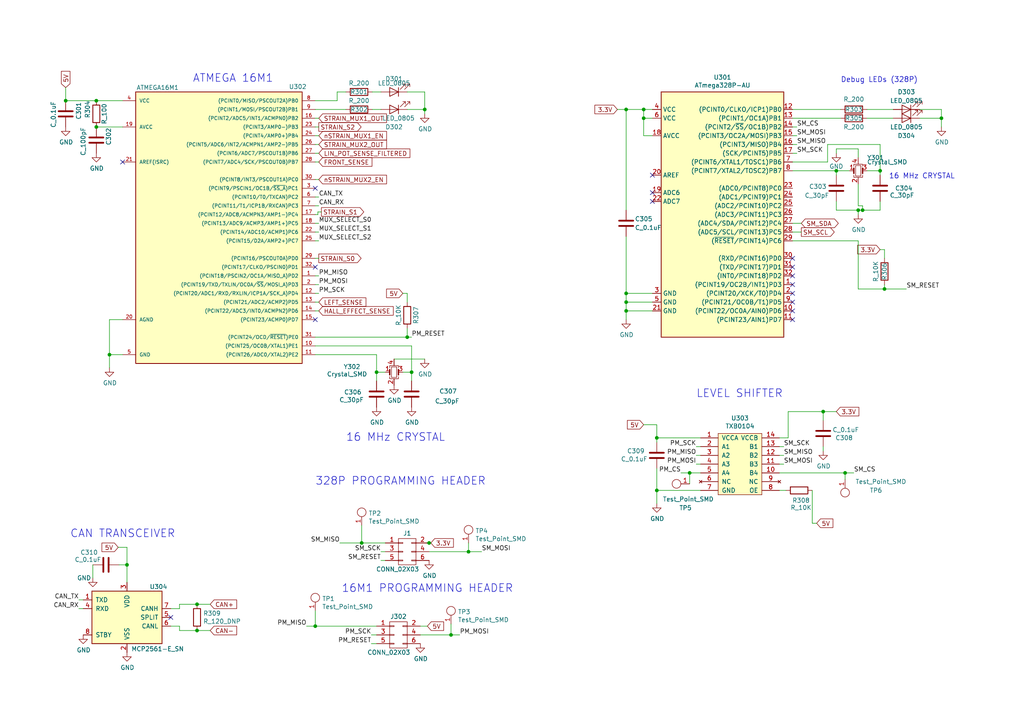
<source format=kicad_sch>
(kicad_sch (version 20211123) (generator eeschema)
  (paper "A4")
  (lib_symbols
    (symbol "formula:ATMEGA16M1" (pin_names (offset 1.016))
      (property "Reference" "U" (at -24.13 46.482 0))
      (property "Value" "ATMEGA16M1" (at 12.7 -35.56 0))
      (symbol "ATMEGA16M1_0_1"
        (rectangle (start -24.13 45.72) (end 24.13 -33.02) (stroke (width 0.254)) (fill (type background)))
      )
      (symbol "ATMEGA16M1_1_1"
        (pin bidirectional line (at 27.94 -7.62 180) (length 3.81) (name "(PCINT18/PSCIN2/OC1A/MISO_A)PD2") (number "1"))
        (pin bidirectional line (at 27.94 -27.94 180) (length 3.81) (name "(PCINT25/OC0B/XTAL1)PE1") (number "10"))
        (pin bidirectional line (at 27.94 -30.48 180) (length 3.81) (name "(PCINT26/ADC0/XTAL2)PE2") (number "11"))
        (pin bidirectional line (at 27.94 -12.7 180) (length 3.81) (name "(PCINT20/ADC1/RXD/RXLIN/ICP1A/SCK_A)PD4") (number "12"))
        (pin bidirectional line (at 27.94 -15.24 180) (length 3.81) (name "(PCINT21/ADC2/ACMP2)PD5") (number "13"))
        (pin bidirectional line (at 27.94 -17.78 180) (length 3.81) (name "(PCINT22/ADC3/INT0/ACMPN2)PD6") (number "14"))
        (pin bidirectional line (at 27.94 -20.32 180) (length 3.81) (name "(PCINT23/ACMP0)PD7") (number "15"))
        (pin bidirectional line (at 27.94 38.1 180) (length 3.81) (name "(PCINT2/ADC5/INT1/ACMPN0)PB2") (number "16"))
        (pin bidirectional line (at 27.94 10.16 180) (length 3.81) (name "(PCINT12/ADC8/ACMPN3/AMP1-)PC4") (number "17"))
        (pin bidirectional line (at 27.94 7.62 180) (length 3.81) (name "(PCINT13/ADC9/ACMP3/AMP1+)PC5") (number "18"))
        (pin power_in line (at -27.94 35.56 0) (length 3.81) (name "AVCC") (number "19"))
        (pin bidirectional line (at 27.94 -10.16 180) (length 3.81) (name "(PCINT19/TXD/TXLIN/OC0A/~{SS}/MOSI_A)PD3") (number "2"))
        (pin power_in line (at -27.94 -20.32 0) (length 3.81) (name "AGND") (number "20"))
        (pin power_in line (at -27.94 25.4 0) (length 3.81) (name "AREF(ISRC)") (number "21"))
        (pin bidirectional line (at 27.94 5.08 180) (length 3.81) (name "(PCINT14/ADC10/ACMP1)PC6") (number "22"))
        (pin bidirectional line (at 27.94 35.56 180) (length 3.81) (name "(PCINT3/AMP0-)PB3") (number "23"))
        (pin bidirectional line (at 27.94 33.02 180) (length 3.81) (name "(PCINT4/AMP0+)PB4") (number "24"))
        (pin bidirectional line (at 27.94 2.54 180) (length 3.81) (name "(PCINT15/D2A/AMP2+)PC7") (number "25"))
        (pin bidirectional line (at 27.94 30.48 180) (length 3.81) (name "(PCINT5/ADC6/INT2/ACMPN1/AMP2-)PB5") (number "26"))
        (pin bidirectional line (at 27.94 27.94 180) (length 3.81) (name "(PCINT6/ADC7/PSCOUT1B)PB6") (number "27"))
        (pin bidirectional line (at 27.94 25.4 180) (length 3.81) (name "(PCINT7/ADC4/SCK/PSCOUT0B)PB7") (number "28"))
        (pin bidirectional line (at 27.94 -2.54 180) (length 3.81) (name "(PCINT16/PSCOUT0A)PD0") (number "29"))
        (pin bidirectional line (at 27.94 17.78 180) (length 3.81) (name "(PCINT9/PSCIN1/OC1B/~{SS_A})PC1") (number "3"))
        (pin bidirectional line (at 27.94 20.32 180) (length 3.81) (name "(PCINT8/INT3/PSCOUT1A)PC0") (number "30"))
        (pin bidirectional line (at 27.94 -25.4 180) (length 3.81) (name "(PCINT24/OCD/~{RESET})PE0") (number "31"))
        (pin bidirectional line (at 27.94 -5.08 180) (length 3.81) (name "(PCINT17/CLKO/PSCIN0)PD1") (number "32"))
        (pin power_in line (at -27.94 43.18 0) (length 3.81) (name "VCC") (number "4"))
        (pin power_in line (at -27.94 -30.48 0) (length 3.81) (name "GND") (number "5"))
        (pin bidirectional line (at 27.94 15.24 180) (length 3.81) (name "(PCINT10/T0/TXCAN)PC2") (number "6"))
        (pin bidirectional line (at 27.94 12.7 180) (length 3.81) (name "(PCINT11/T1/ICP1B/RXCAN)PC3") (number "7"))
        (pin bidirectional line (at 27.94 43.18 180) (length 3.81) (name "(PCINT0/MISO/PSCOUT2A)PB0") (number "8"))
        (pin bidirectional line (at 27.94 40.64 180) (length 3.81) (name "(PCINT1/MOSI/PSCOUT2B)PB1") (number "9"))
      )
    )
    (symbol "formula:ATmega328P-AU"
      (property "Reference" "U" (at -12.7 36.83 0))
      (property "Value" "ATmega328P-AU" (at 2.54 -36.83 0))
      (symbol "ATmega328P-AU_0_1"
        (rectangle (start -22.86 -35.56) (end 12.7 35.56) (stroke (width 0.254)) (fill (type background)))
      )
      (symbol "ATmega328P-AU_1_1"
        (pin tri_state line (at 15.24 -20.32 180) (length 2.54) (name "(PCINT19/OC2B/INT1)PD3") (number "1"))
        (pin tri_state line (at 15.24 -27.94 180) (length 2.54) (name "(PCINT22/OC0A/AIN0)PD6") (number "10"))
        (pin tri_state line (at 15.24 -30.48 180) (length 2.54) (name "(PCINT23/AIN1)PD7") (number "11"))
        (pin tri_state line (at 15.24 30.48 180) (length 2.54) (name "(PCINT0/CLKO/ICP1)PB0") (number "12"))
        (pin tri_state line (at 15.24 27.94 180) (length 2.54) (name "(PCINT1/OC1A)PB1") (number "13"))
        (pin tri_state line (at 15.24 25.4 180) (length 2.54) (name "(PCINT2/~{SS}/OC1B)PB2") (number "14"))
        (pin tri_state line (at 15.24 22.86 180) (length 2.54) (name "(PCINT3/OC2A/MOSI)PB3") (number "15"))
        (pin tri_state line (at 15.24 20.32 180) (length 2.54) (name "(PCINT3/MISO)PB4") (number "16"))
        (pin tri_state line (at 15.24 17.78 180) (length 2.54) (name "(SCK/PCINT5)PB5") (number "17"))
        (pin power_in line (at -25.4 22.86 0) (length 2.54) (name "AVCC") (number "18"))
        (pin input line (at -25.4 6.35 0) (length 2.54) (name "ADC6") (number "19"))
        (pin tri_state line (at 15.24 -22.86 180) (length 2.54) (name "(PCINT20/XCK/T0)PD4") (number "2"))
        (pin passive line (at -25.4 11.43 0) (length 2.54) (name "AREF") (number "20"))
        (pin passive line (at -25.4 -27.94 0) (length 2.54) (name "GND") (number "21"))
        (pin input line (at -25.4 3.81 0) (length 2.54) (name "ADC7") (number "22"))
        (pin tri_state line (at 15.24 7.62 180) (length 2.54) (name "(ADC0/PCINT8)PC0") (number "23"))
        (pin tri_state line (at 15.24 5.08 180) (length 2.54) (name "(ADC1/PCINT9)PC1") (number "24"))
        (pin tri_state line (at 15.24 2.54 180) (length 2.54) (name "(ADC2/PCINT10)PC2") (number "25"))
        (pin tri_state line (at 15.24 0 180) (length 2.54) (name "(ADC3/PCINT11)PC3") (number "26"))
        (pin tri_state line (at 15.24 -2.54 180) (length 2.54) (name "(ADC4/SDA/PCINT12)PC4") (number "27"))
        (pin tri_state line (at 15.24 -5.08 180) (length 2.54) (name "(ADC5/SCL/PCINT13)PC5") (number "28"))
        (pin tri_state line (at 15.24 -7.62 180) (length 2.54) (name "(~{RESET}/PCINT14)PC6") (number "29"))
        (pin power_in line (at -25.4 -22.86 0) (length 2.54) (name "GND") (number "3"))
        (pin tri_state line (at 15.24 -12.7 180) (length 2.54) (name "(RXD/PCINT16)PD0") (number "30"))
        (pin tri_state line (at 15.24 -15.24 180) (length 2.54) (name "(TXD/PCINT17)PD1") (number "31"))
        (pin tri_state line (at 15.24 -17.78 180) (length 2.54) (name "(INT0/PCINT18)PD2") (number "32"))
        (pin power_in line (at -25.4 30.48 0) (length 2.54) (name "VCC") (number "4"))
        (pin passive line (at -25.4 -25.4 0) (length 2.54) (name "GND") (number "5"))
        (pin passive line (at -25.4 27.94 0) (length 2.54) (name "VCC") (number "6"))
        (pin tri_state line (at 15.24 15.24 180) (length 2.54) (name "(PCINT6/XTAL1/TOSC1)PB6") (number "7"))
        (pin tri_state line (at 15.24 12.7 180) (length 2.54) (name "(PCINT7/XTAL2/TOSC2)PB7") (number "8"))
        (pin tri_state line (at 15.24 -25.4 180) (length 2.54) (name "(PCINT21/OC0B/T1)PD5") (number "9"))
      )
    )
    (symbol "formula:CONN_02X03" (pin_names (offset 0.0254) hide)
      (property "Reference" "J" (at 0 5.08 0))
      (property "Value" "CONN_02X03" (at 0 -5.08 0))
      (symbol "CONN_02X03_0_1"
        (rectangle (start -2.54 -2.413) (end -1.27 -2.667))
        (rectangle (start -2.54 0.127) (end -1.27 -0.127))
        (rectangle (start -2.54 2.667) (end -1.27 2.413))
        (rectangle (start -2.54 3.81) (end 2.54 -3.81))
        (rectangle (start 1.27 -2.413) (end 2.54 -2.667))
        (rectangle (start 1.27 0.127) (end 2.54 -0.127))
        (rectangle (start 1.27 2.667) (end 2.54 2.413))
      )
      (symbol "CONN_02X03_1_1"
        (pin passive line (at -6.35 2.54 0) (length 3.81) (name "P1") (number "1"))
        (pin passive line (at 6.35 2.54 180) (length 3.81) (name "P2") (number "2"))
        (pin passive line (at -6.35 0 0) (length 3.81) (name "P3") (number "3"))
        (pin passive line (at 6.35 0 180) (length 3.81) (name "P4") (number "4"))
        (pin passive line (at -6.35 -2.54 0) (length 3.81) (name "P5") (number "5"))
        (pin passive line (at 6.35 -2.54 180) (length 3.81) (name "P6") (number "6"))
      )
    )
    (symbol "formula:C_0.1uF" (pin_numbers hide) (pin_names (offset 0.254))
      (property "Reference" "C" (at 0.635 2.54 0))
      (property "Value" "C_0.1uF" (at 0.635 -2.54 0))
      (symbol "C_0.1uF_0_1"
        (polyline (pts (xy -2.032 -0.762) (xy 2.032 -0.762)) (stroke (width 0.508)))
        (polyline (pts (xy -2.032 0.762) (xy 2.032 0.762)) (stroke (width 0.508)))
      )
      (symbol "C_0.1uF_1_1"
        (pin passive line (at 0 3.81 270) (length 2.794) (name "~") (number "1"))
        (pin passive line (at 0 -3.81 90) (length 2.794) (name "~") (number "2"))
      )
    )
    (symbol "formula:C_100pF" (pin_numbers hide) (pin_names (offset 0.254))
      (property "Reference" "C" (at 0.635 2.54 0))
      (property "Value" "C_100pF" (at 0.635 -2.54 0))
      (symbol "C_100pF_0_1"
        (polyline (pts (xy -2.032 -0.762) (xy 2.032 -0.762)) (stroke (width 0.508)))
        (polyline (pts (xy -2.032 0.762) (xy 2.032 0.762)) (stroke (width 0.508)))
      )
      (symbol "C_100pF_1_1"
        (pin passive line (at 0 3.81 270) (length 2.794) (name "~") (number "1"))
        (pin passive line (at 0 -3.81 90) (length 2.794) (name "~") (number "2"))
      )
    )
    (symbol "formula:C_30pF" (pin_numbers hide) (pin_names (offset 0.254))
      (property "Reference" "C" (at 0.635 2.54 0))
      (property "Value" "C_30pF" (at 0.635 -2.54 0))
      (symbol "C_30pF_0_1"
        (polyline (pts (xy -2.032 -0.762) (xy 2.032 -0.762)) (stroke (width 0.508)))
        (polyline (pts (xy -2.032 0.762) (xy 2.032 0.762)) (stroke (width 0.508)))
      )
      (symbol "C_30pF_1_1"
        (pin passive line (at 0 3.81 270) (length 2.794) (name "~") (number "1"))
        (pin passive line (at 0 -3.81 90) (length 2.794) (name "~") (number "2"))
      )
    )
    (symbol "formula:Crystal_SMD" (pin_names (offset 1.016) hide)
      (property "Reference" "Y" (at 1.27 4.445 0))
      (property "Value" "Crystal_SMD" (at 1.27 2.54 0))
      (symbol "Crystal_SMD_0_1"
        (rectangle (start -0.762 -1.524) (end 0.762 1.524))
        (polyline (pts (xy -1.27 -0.762) (xy -1.27 0.762)) (stroke (width 0.381)))
        (polyline (pts (xy 1.27 -0.762) (xy 1.27 0.762)) (stroke (width 0.381)))
        (polyline (pts (xy -1.27 -1.27) (xy -1.27 -1.905) (xy 1.27 -1.905) (xy 1.27 -1.27)))
        (polyline (pts (xy -1.27 1.27) (xy -1.27 1.905) (xy 1.27 1.905) (xy 1.27 1.27)))
      )
      (symbol "Crystal_SMD_1_1"
        (pin passive line (at -2.54 0 0) (length 1.27) (name "1") (number "1"))
        (pin passive line (at 0 -3.81 90) (length 1.905) (name "2") (number "2"))
        (pin passive line (at 2.54 0 180) (length 1.27) (name "3") (number "3"))
        (pin passive line (at 0 3.81 270) (length 1.905) (name "4") (number "4"))
      )
    )
    (symbol "formula:LED_0805" (pin_numbers hide) (pin_names (offset 1.016) hide)
      (property "Reference" "D" (at 0 -2.54 0))
      (property "Value" "LED_0805" (at 0 2.54 0))
      (symbol "LED_0805_0_1"
        (polyline (pts (xy -1.27 -1.27) (xy -1.27 1.27)) (stroke (width 0.2032)))
        (polyline (pts (xy -1.27 0) (xy 1.27 0)))
        (polyline (pts (xy 1.27 -1.27) (xy 1.27 1.27) (xy -1.27 0) (xy 1.27 -1.27)) (stroke (width 0.2032)))
        (polyline (pts (xy -3.048 -0.762) (xy -4.572 -2.286) (xy -3.81 -2.286) (xy -4.572 -2.286) (xy -4.572 -1.524)))
        (polyline (pts (xy -1.778 -0.762) (xy -3.302 -2.286) (xy -2.54 -2.286) (xy -3.302 -2.286) (xy -3.302 -1.524)))
      )
      (symbol "LED_0805_1_1"
        (pin passive line (at -3.81 0 0) (length 2.54) (name "K") (number "1"))
        (pin passive line (at 3.81 0 180) (length 2.54) (name "A") (number "2"))
      )
    )
    (symbol "formula:MCP2561-E_SN" (pin_names (offset 1.016))
      (property "Reference" "U" (at -10.16 8.89 0))
      (property "Value" "MCP2561-E_SN" (at 2.54 8.89 0))
      (symbol "MCP2561-E_SN_0_1"
        (rectangle (start -10.16 7.62) (end 10.16 -7.62) (stroke (width 0.254)) (fill (type background)))
      )
      (symbol "MCP2561-E_SN_1_1"
        (pin input line (at -12.7 5.08 0) (length 2.54) (name "TXD") (number "1"))
        (pin power_in line (at 0 -10.16 90) (length 2.54) (name "VSS") (number "2"))
        (pin power_in line (at 0 10.16 270) (length 2.54) (name "VDD") (number "3"))
        (pin output line (at -12.7 2.54 0) (length 2.54) (name "RXD") (number "4"))
        (pin passive line (at 12.7 0 180) (length 2.54) (name "SPLIT") (number "5"))
        (pin bidirectional line (at 12.7 -2.54 180) (length 2.54) (name "CANL") (number "6"))
        (pin bidirectional line (at 12.7 2.54 180) (length 2.54) (name "CANH") (number "7"))
        (pin input line (at -12.7 -5.08 0) (length 2.54) (name "STBY") (number "8"))
      )
    )
    (symbol "formula:R_100" (pin_numbers hide) (pin_names (offset 0))
      (property "Reference" "R" (at 2.032 0 90))
      (property "Value" "R_100" (at -2.54 0 90))
      (symbol "R_100_0_1"
        (rectangle (start -1.016 -2.54) (end 1.016 2.54) (stroke (width 0.254)))
      )
      (symbol "R_100_1_1"
        (pin passive line (at 0 3.81 270) (length 1.27) (name "~") (number "1"))
        (pin passive line (at 0 -3.81 90) (length 1.27) (name "~") (number "2"))
      )
    )
    (symbol "formula:R_10K" (pin_numbers hide) (pin_names (offset 0))
      (property "Reference" "R" (at 2.032 0 90))
      (property "Value" "R_10K" (at -2.54 0 90))
      (symbol "R_10K_0_1"
        (rectangle (start -1.016 -2.54) (end 1.016 2.54) (stroke (width 0.254)))
      )
      (symbol "R_10K_1_1"
        (pin passive line (at 0 3.81 270) (length 1.27) (name "~") (number "1"))
        (pin passive line (at 0 -3.81 90) (length 1.27) (name "~") (number "2"))
      )
    )
    (symbol "formula:R_120_DNP" (pin_numbers hide) (pin_names (offset 0))
      (property "Reference" "R" (at 2.032 0 90))
      (property "Value" "R_120_DNP" (at -2.54 0 90))
      (symbol "R_120_DNP_0_1"
        (rectangle (start -1.016 -2.54) (end 1.016 2.54) (stroke (width 0.254)))
      )
      (symbol "R_120_DNP_1_1"
        (pin passive line (at 0 3.81 270) (length 1.27) (name "~") (number "1"))
        (pin passive line (at 0 -3.81 90) (length 1.27) (name "~") (number "2"))
      )
    )
    (symbol "formula:R_200" (pin_numbers hide) (pin_names (offset 0))
      (property "Reference" "R" (at 2.032 0 90))
      (property "Value" "R_200" (at -2.54 0 90))
      (symbol "R_200_0_1"
        (rectangle (start -1.016 -2.54) (end 1.016 2.54) (stroke (width 0.254)))
      )
      (symbol "R_200_1_1"
        (pin passive line (at 0 3.81 270) (length 1.27) (name "~") (number "1"))
        (pin passive line (at 0 -3.81 90) (length 1.27) (name "~") (number "2"))
      )
    )
    (symbol "formula:TXB0104" (pin_names (offset 1.016))
      (property "Reference" "U" (at 0 0 0))
      (property "Value" "TXB0104" (at 0 0 0))
      (symbol "TXB0104_0_1"
        (rectangle (start -5.08 -2.54) (end 7.62 -20.32) (fill (type background)))
      )
      (symbol "TXB0104_1_1"
        (pin power_in line (at -10.16 -3.81 0) (length 5.08) (name "VCCA") (number "1"))
        (pin bidirectional line (at 12.7 -13.97 180) (length 5.08) (name "B4") (number "10"))
        (pin bidirectional line (at 12.7 -11.43 180) (length 5.08) (name "B3") (number "11"))
        (pin bidirectional line (at 12.7 -8.89 180) (length 5.08) (name "B2") (number "12"))
        (pin bidirectional line (at 12.7 -6.35 180) (length 5.08) (name "B1") (number "13"))
        (pin power_in line (at 12.7 -3.81 180) (length 5.08) (name "VCCB") (number "14"))
        (pin bidirectional line (at -10.16 -6.35 0) (length 5.08) (name "A1") (number "2"))
        (pin bidirectional line (at -10.16 -8.89 0) (length 5.08) (name "A2") (number "3"))
        (pin bidirectional line (at -10.16 -11.43 0) (length 5.08) (name "A3") (number "4"))
        (pin bidirectional line (at -10.16 -13.97 0) (length 5.08) (name "A4") (number "5"))
        (pin no_connect line (at -10.16 -16.51 0) (length 5.08) (name "NC") (number "6"))
        (pin power_in line (at -10.16 -19.05 0) (length 5.08) (name "GND") (number "7"))
        (pin input line (at 12.7 -19.05 180) (length 5.08) (name "OE") (number "8"))
        (pin no_connect line (at 12.7 -16.51 180) (length 5.08) (name "NC") (number "9"))
      )
    )
    (symbol "formula:Test_Point_SMD" (pin_names (offset 1.016))
      (property "Reference" "TP" (at 0 7.62 0))
      (property "Value" "Test_Point_SMD" (at 1.27 5.08 0))
      (symbol "Test_Point_SMD_1_1"
        (circle (center 0 2.54) (radius 1.27))
        (pin input line (at 0 -1.27 90) (length 2.54) (name "~") (number "1"))
      )
    )
    (symbol "power:GND" (power) (pin_names (offset 0))
      (property "Value" "power_GND" (at 0 -3.81 0))
      (symbol "GND_0_1"
        (polyline (pts (xy 0 0) (xy 0 -1.27) (xy 1.27 -1.27) (xy 0 -2.54) (xy -1.27 -1.27) (xy 0 -1.27)))
      )
      (symbol "GND_1_1"
        (pin power_in line (at 0 0 270) (length 0) hide (name "GND") (number "1"))
      )
    )
  )
  (junction (at 256.54 83.82))
  (junction (at 36.83 163.83))
  (junction (at 119.38 107.95))
  (junction (at 124.46 157.48))
  (junction (at 19.05 29.21))
  (junction (at 190.5 127))
  (junction (at 238.76 119.38))
  (junction (at 31.75 102.87))
  (junction (at 255.27 49.53))
  (junction (at 135.89 160.02))
  (junction (at 123.19 31.75))
  (junction (at 27.94 29.21))
  (junction (at 91.44 181.61))
  (junction (at 186.69 31.75))
  (junction (at 186.69 34.29))
  (junction (at 190.5 142.24))
  (junction (at 118.11 97.79))
  (junction (at 242.57 49.53))
  (junction (at 181.61 90.17))
  (junction (at 273.05 34.29))
  (junction (at 181.61 87.63))
  (junction (at 57.15 182.88))
  (junction (at 248.92 60.96))
  (junction (at 181.61 85.09))
  (junction (at 130.81 184.15))
  (junction (at 109.22 107.95))
  (junction (at 200.025 137.16))
  (junction (at 245.11 137.16))
  (junction (at 57.15 175.26))
  (junction (at 27.94 36.83))
  (junction (at 250.19 60.96))
  (junction (at 181.61 31.75))
  (junction (at 104.902 157.48))
  (no_connect (at 91.44 92.71))
  (no_connect (at 91.44 54.61))
  (no_connect (at 189.23 58.42))
  (no_connect (at 189.23 55.88))
  (no_connect (at 49.53 179.07))
  (no_connect (at 189.23 50.8))
  (no_connect (at 35.56 46.99))
  (no_connect (at 229.87 82.55))
  (no_connect (at 91.44 77.47))
  (no_connect (at 229.87 77.47))
  (no_connect (at 229.87 92.71))
  (no_connect (at 229.87 80.01))
  (no_connect (at 229.87 85.09))
  (no_connect (at 229.87 87.63))
  (no_connect (at 229.87 74.93))
  (no_connect (at 229.87 90.17))
  (wire (pts (xy 118.11 31.75) (xy 123.19 31.75)))
  (wire (pts (xy 107.696 186.69) (xy 109.22 186.69)))
  (wire (pts (xy 110.49 162.56) (xy 111.76 162.56)))
  (wire (pts (xy 229.87 31.75) (xy 243.84 31.75)))
  (wire (pts (xy 235.585 142.24) (xy 235.585 151.765)))
  (wire (pts (xy 250.19 60.96) (xy 255.27 60.96)))
  (wire (pts (xy 251.46 34.29) (xy 259.08 34.29)))
  (wire (pts (xy 248.92 45.72) (xy 248.92 43.18)))
  (wire (pts (xy 266.7 34.29) (xy 273.05 34.29)))
  (wire (pts (xy 203.2 129.54) (xy 201.93 129.54)))
  (wire (pts (xy 242.57 60.96) (xy 248.92 60.96)))
  (wire (pts (xy 181.61 68.58) (xy 181.61 85.09)))
  (wire (pts (xy 130.81 180.975) (xy 130.81 184.15)))
  (wire (pts (xy 238.76 121.92) (xy 238.76 119.38)))
  (wire (pts (xy 240.03 41.91) (xy 255.27 41.91)))
  (wire (pts (xy 186.69 34.29) (xy 186.69 39.37)))
  (wire (pts (xy 181.61 87.63) (xy 189.23 87.63)))
  (wire (pts (xy 35.56 36.83) (xy 27.94 36.83)))
  (wire (pts (xy 229.87 34.29) (xy 243.84 34.29)))
  (wire (pts (xy 34.29 158.75) (xy 36.83 158.75)))
  (wire (pts (xy 124.46 160.02) (xy 135.89 160.02)))
  (wire (pts (xy 91.44 90.17) (xy 92.456 90.17)))
  (wire (pts (xy 232.41 64.77) (xy 229.87 64.77)))
  (wire (pts (xy 31.75 102.87) (xy 31.75 92.71)))
  (wire (pts (xy 238.76 119.38) (xy 242.57 119.38)))
  (wire (pts (xy 245.11 137.16) (xy 247.65 137.16)))
  (wire (pts (xy 186.69 31.75) (xy 186.69 34.29)))
  (wire (pts (xy 91.44 102.87) (xy 109.22 102.87)))
  (wire (pts (xy 259.08 31.75) (xy 251.46 31.75)))
  (wire (pts (xy 110.49 160.02) (xy 111.76 160.02)))
  (wire (pts (xy 256.54 82.55) (xy 256.54 83.82)))
  (wire (pts (xy 238.76 129.54) (xy 238.76 130.81)))
  (wire (pts (xy 123.698 157.48) (xy 124.46 157.48)))
  (wire (pts (xy 118.11 95.25) (xy 118.11 97.79)))
  (wire (pts (xy 92.202 61.468) (xy 93.218 61.468)))
  (wire (pts (xy 19.05 29.21) (xy 27.94 29.21)))
  (wire (pts (xy 91.44 57.15) (xy 92.456 57.15)))
  (wire (pts (xy 248.92 53.34) (xy 248.92 59.69)))
  (wire (pts (xy 242.57 49.53) (xy 246.38 49.53)))
  (wire (pts (xy 91.44 69.85) (xy 92.456 69.85)))
  (wire (pts (xy 109.22 107.95) (xy 111.76 107.95)))
  (wire (pts (xy 256.54 74.93) (xy 256.54 72.39)))
  (wire (pts (xy 229.87 69.85) (xy 248.92 69.85)))
  (wire (pts (xy 190.5 127) (xy 203.2 127)))
  (wire (pts (xy 248.92 62.23) (xy 248.92 60.96)))
  (wire (pts (xy 91.44 85.09) (xy 92.456 85.09)))
  (wire (pts (xy 107.95 31.75) (xy 110.49 31.75)))
  (wire (pts (xy 255.27 41.91) (xy 255.27 49.53)))
  (wire (pts (xy 250.19 59.69) (xy 250.19 60.96)))
  (wire (pts (xy 49.53 176.53) (xy 52.07 176.53)))
  (wire (pts (xy 181.61 85.09) (xy 189.23 85.09)))
  (wire (pts (xy 100.33 26.67) (xy 97.79 26.67)))
  (wire (pts (xy 121.92 184.15) (xy 130.81 184.15)))
  (wire (pts (xy 190.5 123.19) (xy 190.5 127)))
  (wire (pts (xy 91.44 39.37) (xy 92.456 39.37)))
  (wire (pts (xy 229.87 49.53) (xy 242.57 49.53)))
  (wire (pts (xy 119.38 107.95) (xy 119.38 110.49)))
  (wire (pts (xy 119.38 107.95) (xy 119.38 100.33)))
  (wire (pts (xy 232.41 67.31) (xy 229.87 67.31)))
  (wire (pts (xy 248.92 60.96) (xy 250.19 60.96)))
  (wire (pts (xy 104.902 152.4) (xy 104.902 157.48)))
  (wire (pts (xy 248.92 83.82) (xy 256.54 83.82)))
  (wire (pts (xy 27.94 29.21) (xy 35.56 29.21)))
  (wire (pts (xy 92.202 62.23) (xy 92.202 61.468)))
  (wire (pts (xy 256.54 72.39) (xy 255.27 72.39)))
  (wire (pts (xy 121.92 181.61) (xy 123.952 181.61)))
  (wire (pts (xy 203.2 134.62) (xy 201.93 134.62)))
  (wire (pts (xy 91.44 80.01) (xy 92.456 80.01)))
  (wire (pts (xy 123.19 31.75) (xy 123.19 26.67)))
  (wire (pts (xy 273.05 34.29) (xy 273.05 36.83)))
  (wire (pts (xy 91.44 64.77) (xy 92.456 64.77)))
  (wire (pts (xy 109.22 110.49) (xy 109.22 107.95)))
  (wire (pts (xy 91.44 44.45) (xy 92.456 44.45)))
  (wire (pts (xy 197.485 137.16) (xy 200.025 137.16)))
  (wire (pts (xy 91.44 29.21) (xy 97.79 29.21)))
  (wire (pts (xy 31.75 106.68) (xy 31.75 102.87)))
  (wire (pts (xy 34.544 163.83) (xy 36.83 163.83)))
  (wire (pts (xy 181.61 90.17) (xy 189.23 90.17)))
  (wire (pts (xy 228.6 127) (xy 226.06 127)))
  (wire (pts (xy 242.57 43.18) (xy 242.57 44.45)))
  (wire (pts (xy 190.5 142.24) (xy 203.2 142.24)))
  (wire (pts (xy 116.84 85.09) (xy 118.11 85.09)))
  (wire (pts (xy 116.84 107.95) (xy 119.38 107.95)))
  (wire (pts (xy 255.27 58.42) (xy 255.27 60.96)))
  (wire (pts (xy 104.902 157.48) (xy 111.76 157.48)))
  (wire (pts (xy 124.46 157.48) (xy 124.968 157.48)))
  (wire (pts (xy 135.89 160.02) (xy 139.7 160.02)))
  (wire (pts (xy 97.79 29.21) (xy 97.79 26.67)))
  (wire (pts (xy 242.57 58.42) (xy 242.57 60.96)))
  (wire (pts (xy 118.11 85.09) (xy 118.11 87.63)))
  (wire (pts (xy 91.44 67.31) (xy 92.456 67.31)))
  (wire (pts (xy 91.44 74.93) (xy 92.456 74.93)))
  (wire (pts (xy 231.14 39.37) (xy 229.87 39.37)))
  (wire (pts (xy 91.44 181.61) (xy 109.22 181.61)))
  (wire (pts (xy 36.83 158.75) (xy 36.83 163.83)))
  (wire (pts (xy 266.7 31.75) (xy 273.05 31.75)))
  (wire (pts (xy 227.33 129.54) (xy 226.06 129.54)))
  (wire (pts (xy 91.44 59.69) (xy 92.456 59.69)))
  (wire (pts (xy 200.025 140.335) (xy 200.025 137.16)))
  (wire (pts (xy 226.06 132.08) (xy 227.33 132.08)))
  (wire (pts (xy 49.53 181.61) (xy 52.07 181.61)))
  (wire (pts (xy 251.46 49.53) (xy 255.27 49.53)))
  (wire (pts (xy 19.05 25.4) (xy 19.05 29.21)))
  (wire (pts (xy 52.07 176.53) (xy 52.07 175.26)))
  (wire (pts (xy 242.57 43.18) (xy 248.92 43.18)))
  (wire (pts (xy 186.69 31.75) (xy 189.23 31.75)))
  (wire (pts (xy 248.92 59.69) (xy 250.19 59.69)))
  (wire (pts (xy 240.03 46.99) (xy 240.03 41.91)))
  (wire (pts (xy 181.61 85.09) (xy 181.61 87.63)))
  (wire (pts (xy 200.025 137.16) (xy 203.2 137.16)))
  (wire (pts (xy 235.585 151.765) (xy 236.855 151.765)))
  (wire (pts (xy 228.6 119.38) (xy 228.6 127)))
  (wire (pts (xy 52.07 181.61) (xy 52.07 182.88)))
  (wire (pts (xy 256.54 83.82) (xy 262.89 83.82)))
  (wire (pts (xy 98.552 157.48) (xy 104.902 157.48)))
  (wire (pts (xy 186.69 123.19) (xy 190.5 123.19)))
  (wire (pts (xy 31.75 92.71) (xy 35.56 92.71)))
  (wire (pts (xy 181.61 31.75) (xy 186.69 31.75)))
  (wire (pts (xy 91.44 52.07) (xy 92.456 52.07)))
  (wire (pts (xy 88.9 181.61) (xy 91.44 181.61)))
  (wire (pts (xy 52.07 182.88) (xy 57.15 182.88)))
  (wire (pts (xy 52.07 175.26) (xy 57.15 175.26)))
  (wire (pts (xy 123.19 31.75) (xy 123.19 33.02)))
  (wire (pts (xy 231.14 41.91) (xy 229.87 41.91)))
  (wire (pts (xy 181.61 87.63) (xy 181.61 90.17)))
  (wire (pts (xy 181.61 90.17) (xy 181.61 92.71)))
  (wire (pts (xy 201.93 132.08) (xy 203.2 132.08)))
  (wire (pts (xy 100.33 31.75) (xy 91.44 31.75)))
  (wire (pts (xy 186.69 34.29) (xy 189.23 34.29)))
  (wire (pts (xy 57.15 175.26) (xy 60.96 175.26)))
  (wire (pts (xy 245.11 139.065) (xy 245.11 137.16)))
  (wire (pts (xy 91.44 87.63) (xy 92.456 87.63)))
  (wire (pts (xy 118.11 97.79) (xy 119.38 97.79)))
  (wire (pts (xy 226.06 137.16) (xy 245.11 137.16)))
  (wire (pts (xy 91.44 41.91) (xy 92.456 41.91)))
  (wire (pts (xy 227.965 142.24) (xy 226.06 142.24)))
  (wire (pts (xy 91.44 46.99) (xy 92.456 46.99)))
  (wire (pts (xy 91.44 100.33) (xy 119.38 100.33)))
  (wire (pts (xy 57.15 182.88) (xy 60.96 182.88)))
  (wire (pts (xy 130.81 184.15) (xy 133.35 184.15)))
  (wire (pts (xy 110.49 26.67) (xy 107.95 26.67)))
  (wire (pts (xy 179.07 31.75) (xy 181.61 31.75)))
  (wire (pts (xy 190.5 142.24) (xy 190.5 146.05)))
  (wire (pts (xy 231.14 44.45) (xy 229.87 44.45)))
  (wire (pts (xy 36.83 163.83) (xy 36.83 168.91)))
  (wire (pts (xy 273.05 31.75) (xy 273.05 34.29)))
  (wire (pts (xy 238.76 119.38) (xy 228.6 119.38)))
  (wire (pts (xy 91.44 34.29) (xy 92.456 34.29)))
  (wire (pts (xy 248.92 69.85) (xy 248.92 83.82)))
  (wire (pts (xy 91.44 62.23) (xy 92.202 62.23)))
  (wire (pts (xy 114.3 104.14) (xy 123.19 104.14)))
  (wire (pts (xy 91.44 36.83) (xy 92.456 36.83)))
  (wire (pts (xy 91.44 82.55) (xy 92.456 82.55)))
  (wire (pts (xy 135.89 157.48) (xy 135.89 160.02)))
  (wire (pts (xy 22.86 173.99) (xy 24.13 173.99)))
  (wire (pts (xy 109.22 107.95) (xy 109.22 102.87)))
  (wire (pts (xy 231.14 36.83) (xy 229.87 36.83)))
  (wire (pts (xy 227.33 134.62) (xy 226.06 134.62)))
  (wire (pts (xy 186.69 39.37) (xy 189.23 39.37)))
  (wire (pts (xy 181.61 60.96) (xy 181.61 31.75)))
  (wire (pts (xy 190.5 127) (xy 190.5 128.27)))
  (wire (pts (xy 26.924 163.83) (xy 26.924 167.64)))
  (wire (pts (xy 242.57 50.8) (xy 242.57 49.53)))
  (wire (pts (xy 91.44 97.79) (xy 118.11 97.79)))
  (wire (pts (xy 190.5 135.89) (xy 190.5 142.24)))
  (wire (pts (xy 91.44 181.61) (xy 91.44 177.165)))
  (wire (pts (xy 229.87 46.99) (xy 240.03 46.99)))
  (wire (pts (xy 123.19 26.67) (xy 118.11 26.67)))
  (wire (pts (xy 22.86 176.53) (xy 24.13 176.53)))
  (wire (pts (xy 107.696 184.15) (xy 109.22 184.15)))
  (wire (pts (xy 255.27 50.8) (xy 255.27 49.53)))
  (wire (pts (xy 35.56 102.87) (xy 31.75 102.87)))
  (text "Debug LEDs (328P)" (at 243.84 24.13 0) (effects (font (size 1.4986 1.4986)) (justify left bottom)))
  (text "16M1 PROGRAMMING HEADER\n" (at 99.06 172.085 0) (effects (font (size 2.2606 2.2606)) (justify left bottom)))
  (text "ATMEGA 16M1\n" (at 55.88 24.13 0) (effects (font (size 2.2606 2.2606)) (justify left bottom)))
  (text "LEVEL SHIFTER" (at 201.93 115.57 0) (effects (font (size 2.2606 2.2606)) (justify left bottom)))
  (text "CAN TRANSCEIVER\n" (at 20.32 156.21 0) (effects (font (size 2.2606 2.2606)) (justify left bottom)))
  (text "328P PROGRAMMING HEADER\n" (at 91.44 140.97 0) (effects (font (size 2.2606 2.2606)) (justify left bottom)))
  (text "16 MHz CRYSTAL\n" (at 257.81 52.07 0) (effects (font (size 1.4986 1.4986)) (justify left bottom)))
  (text "16 MHz CRYSTAL\n" (at 100.33 128.27 0) (effects (font (size 2.2606 2.2606)) (justify left bottom)))
  (label "PM_SCK" (at 201.93 129.54 180))
  (label "MUX_SELECT_S0" (at 92.456 64.77 0))
  (label "PM_RESET" (at 107.696 186.69 180))
  (label "PM_SCK" (at 92.456 85.09 0))
  (label "SM_SCK" (at 227.33 129.54 0))
  (label "CAN_RX" (at 22.86 176.53 180))
  (label "MUX_SELECT_S1" (at 92.456 67.31 0))
  (label "SM_MOSI" (at 227.33 134.62 0))
  (label "SM_RESET" (at 110.49 162.56 180))
  (label "MUX_SELECT_S2" (at 92.456 69.85 0))
  (label "CAN_TX" (at 22.86 173.99 180))
  (label "PM_MISO" (at 201.93 132.08 180))
  (label "PM_SCK" (at 107.696 184.15 180))
  (label "SM_CS" (at 231.14 36.83 0))
  (label "PM_MOSI" (at 92.456 82.55 0))
  (label "SM_SCK" (at 231.14 44.45 0))
  (label "SM_MOSI" (at 231.14 39.37 0))
  (label "SM_MISO" (at 227.33 132.08 0))
  (label "PM_MOSI" (at 201.93 134.62 180))
  (label "PM_CS" (at 197.485 137.16 180))
  (label "SM_CS" (at 247.65 137.16 0))
  (label "PM_MISO" (at 88.9 181.61 180))
  (label "PM_MOSI" (at 133.35 184.15 0))
  (label "SM_RESET" (at 262.89 83.82 0))
  (label "CAN_TX" (at 92.456 57.15 0))
  (label "CAN_RX" (at 92.456 59.69 0))
  (label "PM_MISO" (at 92.456 80.01 0))
  (label "PM_RESET" (at 119.38 97.79 0))
  (label "SM_MOSI" (at 139.7 160.02 0))
  (label "SM_MISO" (at 98.552 157.48 180))
  (label "SM_SCK" (at 110.49 160.02 180))
  (label "SM_MISO" (at 231.14 41.91 0))
  (global_label "SM_SDA" (shape bidirectional) (at 232.41 64.77 0) (property "Intersheet References" "${INTERSHEET_REFS}" (effects hide)))
  (global_label "nSTRAIN_MUX1_EN" (shape input) (at 92.456 39.37 0) (property "Intersheet References" "${INTERSHEET_REFS}" (effects hide)))
  (global_label "3.3V" (shape input) (at 124.968 157.48 0) (property "Intersheet References" "${INTERSHEET_REFS}" (effects hide)))
  (global_label "3.3V" (shape input) (at 242.57 119.38 0) (property "Intersheet References" "${INTERSHEET_REFS}" (effects hide)))
  (global_label "STRAIN_S2" (shape output) (at 92.456 36.83 0) (property "Intersheet References" "${INTERSHEET_REFS}" (effects hide)))
  (global_label "FRONT_SENSE" (shape input) (at 92.456 46.99 0) (property "Intersheet References" "${INTERSHEET_REFS}" (effects hide)))
  (global_label "5V" (shape input) (at 186.69 123.19 180) (property "Intersheet References" "${INTERSHEET_REFS}" (effects hide)))
  (global_label "CAN+" (shape input) (at 60.96 175.26 0) (property "Intersheet References" "${INTERSHEET_REFS}" (effects hide)))
  (global_label "5V" (shape input) (at 123.952 181.61 0) (property "Intersheet References" "${INTERSHEET_REFS}" (effects hide)))
  (global_label "nSTRAIN_MUX2_EN" (shape input) (at 92.456 52.07 0) (property "Intersheet References" "${INTERSHEET_REFS}" (effects hide)))
  (global_label "LIN_POT_SENSE_FILTERED" (shape input) (at 92.456 44.45 0) (property "Intersheet References" "${INTERSHEET_REFS}" (effects hide)))
  (global_label "STRAIN_S0" (shape output) (at 92.456 74.93 0) (property "Intersheet References" "${INTERSHEET_REFS}" (effects hide)))
  (global_label "3.3V" (shape input) (at 255.27 72.39 180) (property "Intersheet References" "${INTERSHEET_REFS}" (effects hide)))
  (global_label "LEFT_SENSE" (shape input) (at 92.456 87.63 0) (property "Intersheet References" "${INTERSHEET_REFS}" (effects hide)))
  (global_label "5V" (shape input) (at 34.29 158.75 180) (property "Intersheet References" "${INTERSHEET_REFS}" (effects hide)))
  (global_label "SM_SCL" (shape output) (at 232.41 67.31 0) (property "Intersheet References" "${INTERSHEET_REFS}" (effects hide)))
  (global_label "5V" (shape input) (at 19.05 25.4 90) (property "Intersheet References" "${INTERSHEET_REFS}" (effects hide)))
  (global_label "STRAIN_MUX1_OUT" (shape input) (at 92.456 34.29 0) (property "Intersheet References" "${INTERSHEET_REFS}" (effects hide)))
  (global_label "3.3V" (shape input) (at 179.07 31.75 180) (property "Intersheet References" "${INTERSHEET_REFS}" (effects hide)))
  (global_label "CAN-" (shape input) (at 60.96 182.88 0) (property "Intersheet References" "${INTERSHEET_REFS}" (effects hide)))
  (global_label "5V" (shape input) (at 236.855 151.765 0) (property "Intersheet References" "${INTERSHEET_REFS}" (effects hide)))
  (global_label "HALL_EFFECT_SENSE" (shape input) (at 92.456 90.17 0) (property "Intersheet References" "${INTERSHEET_REFS}" (effects hide)))
  (global_label "STRAIN_MUX2_OUT" (shape input) (at 92.456 41.91 0) (property "Intersheet References" "${INTERSHEET_REFS}" (effects hide)))
  (global_label "5V" (shape input) (at 116.84 85.09 180) (property "Intersheet References" "${INTERSHEET_REFS}" (effects hide)))
  (global_label "STRAIN_S1" (shape output) (at 93.218 61.468 0) (property "Intersheet References" "${INTERSHEET_REFS}" (effects hide)))
  (symbol (lib_id "formula:R_100") (at 27.94 33.02 0)
    (property "Reference" "R304" (at 25.4 34.29 90) (effects (justify left)))
    (property "Value" "R_100" (at 30.226 36.068 90) (effects (justify left)))
    (property "Footprint" "footprints:R_0805_OEM" (effects hide))
    (property "Datasheet" "https://www.seielect.com/Catalog/SEI-rncp.pdf" (effects hide))
    (property "MFN" "DK" (effects hide))
    (property "MPN" "RNCP0805FTD100RCT-ND" (effects hide))
    (property "PurchasingLink" "https://www.digikey.com/products/en?keywords=RNCP0805FTD100RCT-ND" (effects hide))
  )
  (symbol (lib_id "formula:C_100pF") (at 27.94 40.64 0)
    (property "Reference" "C302" (at 31.496 42.164 90) (effects (justify left)))
    (property "Value" "C_100pF" (at 24.13 45.212 90) (effects (justify left)))
    (property "Footprint" "footprints:C_0805_OEM" (effects hide))
    (property "Datasheet" "https://katalog.we-online.de/pbs/datasheet/885012007057.pdf" (effects hide))
    (property "MFN" "DK" (effects hide))
    (property "MPN" "732-7852-1-ND" (effects hide))
    (property "PurchasingLink" "https://www.digikey.com/product-detail/en/wurth-electronics-inc/885012007057/732-7852-1-ND/5454479" (effects hide))
  )
  (symbol (lib_id "power:GND") (at 19.05 36.83 0) (unit 1)
    (property "Reference" "#PWR?" (effects hide))
    (property "Value" "GND" (at 19.177 41.2242 0))
  )
  (symbol (lib_id "power:GND") (at 27.94 44.45 0) (unit 1)
    (property "Reference" "#PWR?" (effects hide))
    (property "Value" "GND" (at 28.067 48.8442 0))
  )
  (symbol (lib_id "formula:Crystal_SMD") (at 114.3 107.95 0)
    (property "Reference" "Y302" (at 99.6188 106.3752 0) (effects (justify left)))
    (property "Value" "Crystal_SMD" (at 94.7928 108.5088 0) (effects (justify left)))
    (property "Footprint" "footprints:Crystal_SMD_FA238" (effects hide))
    (property "Datasheet" "http://www.txccorp.com/download/products/quartz_crystals/2015TXC_7M_17.pdf" (effects hide))
    (property "MFN" "DK" (effects hide))
    (property "MPN" "887-1125-1-ND" (effects hide))
    (property "PurchasingLink" "https://www.digikey.com/product-detail/en/txc-corporation/7M-16.000MAAJ-T/887-1125-1-ND/2119014" (effects hide))
  )
  (symbol (lib_id "formula:C_30pF") (at 109.22 114.3 0)
    (property "Reference" "C306" (at 99.7712 113.7412 0) (effects (justify left)))
    (property "Value" "C_30pF" (at 98.3996 115.9764 0) (effects (justify left)))
    (property "Footprint" "footprints:C_0805_OEM" (effects hide))
    (property "Datasheet" "https://media.digikey.com/pdf/Data%20Sheets/Samsung%20PDFs/CL_Series_MLCC_ds.pdf" (effects hide))
    (property "MFN" "DK" (effects hide))
    (property "MPN" "1276-1130-1-ND" (effects hide))
    (property "PurchasingLink" "https://www.digikey.com/product-detail/en/samsung-electro-mechanics-america-inc/CL21C300JBANNNC/1276-1130-1-ND/3889216" (effects hide))
  )
  (symbol (lib_id "formula:C_30pF") (at 119.38 114.3 0)
    (property "Reference" "C307" (at 127.4064 113.4872 0) (effects (justify left)))
    (property "Value" "C_30pF" (at 126.1364 116.332 0) (effects (justify left)))
    (property "Footprint" "footprints:C_0805_OEM" (effects hide))
    (property "Datasheet" "https://media.digikey.com/pdf/Data%20Sheets/Samsung%20PDFs/CL_Series_MLCC_ds.pdf" (effects hide))
    (property "MFN" "DK" (effects hide))
    (property "MPN" "1276-1130-1-ND" (effects hide))
    (property "PurchasingLink" "https://www.digikey.com/product-detail/en/samsung-electro-mechanics-america-inc/CL21C300JBANNNC/1276-1130-1-ND/3889216" (effects hide))
  )
  (symbol (lib_id "formula:R_10K") (at 118.11 91.44 180)
    (property "Reference" "R307" (at 120.65 91.44 90))
    (property "Value" "R_10K" (at 115.57 91.44 90))
    (property "Footprint" "footprints:R_0805_OEM" (effects hide))
    (property "Datasheet" "http://www.bourns.com/data/global/pdfs/CRS.pdf" (effects hide))
    (property "MFN" "DK" (effects hide))
    (property "MPN" "CRS0805-FX-1002ELFCT-ND" (effects hide))
    (property "PurchasingLink" "https://www.digikey.com/products/en?keywords=CRS0805-FX-1002ELFCT-ND" (effects hide))
  )
  (symbol (lib_id "power:GND") (at 109.22 118.11 0) (unit 1)
    (property "Reference" "#PWR?" (effects hide))
    (property "Value" "GND" (at 109.347 122.5042 0))
  )
  (symbol (lib_id "power:GND") (at 119.38 118.11 0) (unit 1)
    (property "Reference" "#PWR?" (effects hide))
    (property "Value" "GND" (at 119.507 122.5042 0))
  )
  (symbol (lib_id "power:GND") (at 114.3 111.76 0) (unit 1)
    (property "Reference" "#PWR?" (effects hide))
    (property "Value" "GND" (at 114.427 116.1542 0))
  )
  (symbol (lib_id "power:GND") (at 123.19 104.14 0) (unit 1)
    (property "Reference" "#PWR?" (effects hide))
    (property "Value" "GND" (at 123.317 108.5342 0))
  )
  (symbol (lib_id "power:GND") (at 31.75 106.68 0) (unit 1)
    (property "Reference" "#PWR?" (effects hide))
    (property "Value" "GND" (at 31.877 111.0742 0))
  )
  (symbol (lib_id "formula:C_0.1uF") (at 19.05 33.02 0)
    (property "Reference" "C301" (at 22.8092 34.6964 90) (effects (justify left)))
    (property "Value" "C_0.1uF" (at 15.494 37.084 90) (effects (justify left)))
    (property "Footprint" "footprints:C_0805_OEM" (effects hide))
    (property "Datasheet" "http://datasheets.avx.com/X7RDielectric.pdf" (effects hide))
    (property "MFN" "DK" (effects hide))
    (property "MPN" "478-3352-1-ND" (effects hide))
    (property "PurchasingLink" "https://www.digikey.com/products/en?keywords=478-3352-1-ND" (effects hide))
  )
  (symbol (lib_id "formula:ATMEGA16M1") (at 63.5 72.39 0)
    (property "Reference" "U302" (at 86.36 25.146 0))
    (property "Value" "ATMEGA16M1" (at 45.72 25.4 0))
    (property "Footprint" "footprints:TQFP-32_7x7mm_Pitch0.8mm" (effects hide))
    (property "Datasheet" "http://ww1.microchip.com/downloads/en/DeviceDoc/Atmel-8209-8-bit%20AVR%20ATmega16M1-32M1-64M1_Datasheet.pdf" (effects hide))
    (property "MFN" "DK" (effects hide))
    (property "MPN" "ATMEGA16M1-AU-ND" (effects hide))
    (property "PurchasingLink" "https://www.digikey.com/product-detail/en/atmel/ATMEGA16M1-AU/ATMEGA16M1-AU-ND/2271208" (effects hide))
  )
  (symbol (lib_id "formula:LED_0805") (at 114.3 26.67 180)
    (property "Reference" "D301" (at 114.3 22.86 0))
    (property "Value" "LED_0805" (at 114.3 24.13 0))
    (property "Footprint" "footprints:LED_0805_OEM" (effects hide))
    (property "Datasheet" "http://www.osram-os.com/Graphics/XPic9/00078860_0.pdf" (effects hide))
    (property "MFN" "DK" (effects hide))
    (property "MPN" "475-1410-1-ND" (effects hide))
    (property "PurchasingLink" "https://www.digikey.com/products/en?keywords=475-1410-1-ND" (effects hide))
  )
  (symbol (lib_id "power:GND") (at 123.19 33.02 0) (unit 1)
    (property "Reference" "#PWR?" (effects hide))
    (property "Value" "GND" (at 123.317 37.4142 0))
  )
  (symbol (lib_id "formula:R_200") (at 104.14 26.67 270)
    (property "Reference" "R301" (at 104.14 26.67 90))
    (property "Value" "R_200" (at 104.14 24.13 90))
    (property "Footprint" "footprints:R_0805_OEM" (effects hide))
    (property "Datasheet" "https://www.seielect.com/Catalog/SEI-RMCF_RMCP.pdf" (effects hide))
    (property "MFN" "DK" (effects hide))
    (property "MPN" "RMCF0805JT200RCT-ND" (effects hide))
    (property "PurchasingLink" "https://www.digikey.com/products/en?keywords=RMCF0805JT200RCT-ND" (effects hide))
  )
  (symbol (lib_id "formula:LED_0805") (at 114.3 31.75 180)
    (property "Reference" "D302" (at 114.3 36.83 0))
    (property "Value" "LED_0805" (at 115.57 34.29 0))
    (property "Footprint" "footprints:LED_0805_OEM" (effects hide))
    (property "Datasheet" "http://www.osram-os.com/Graphics/XPic9/00078860_0.pdf" (effects hide))
    (property "MFN" "DK" (effects hide))
    (property "MPN" "475-1410-1-ND" (effects hide))
    (property "PurchasingLink" "https://www.digikey.com/products/en?keywords=475-1410-1-ND" (effects hide))
  )
  (symbol (lib_id "formula:R_200") (at 104.14 31.75 270)
    (property "Reference" "R302" (at 104.14 31.75 90))
    (property "Value" "R_200" (at 104.14 29.21 90))
    (property "Footprint" "footprints:R_0805_OEM" (effects hide))
    (property "Datasheet" "https://www.seielect.com/Catalog/SEI-RMCF_RMCP.pdf" (effects hide))
    (property "MFN" "DK" (effects hide))
    (property "MPN" "RMCF0805JT200RCT-ND" (effects hide))
    (property "PurchasingLink" "https://www.digikey.com/products/en?keywords=RMCF0805JT200RCT-ND" (effects hide))
  )
  (symbol (lib_id "formula:MCP2561-E_SN") (at 36.83 179.07 0)
    (property "Reference" "U304" (at 45.974 170.18 0))
    (property "Value" "MCP2561-E_SN" (at 45.72 188.214 0))
    (property "Footprint" "footprints:SOIC-8_3.9x4.9mm_Pitch1.27mm_OEM" (effects hide))
    (property "Datasheet" "http://www.microchip.com/mymicrochip/filehandler.aspx?ddocname=en561044" (effects hide))
    (property "MFN" "DK" (effects hide))
    (property "MPN" "MCP2561-E/SN-ND" (effects hide))
    (property "PurchasingLink" "https://www.digikey.com/products/en?keywords=mcp2561-e%2Fsn" (effects hide))
  )
  (symbol (lib_id "formula:C_0.1uF") (at 30.734 163.83 270)
    (property "Reference" "C310" (at 25.8572 160.2232 90))
    (property "Value" "C_0.1uF" (at 25.5016 162.306 90))
    (property "Footprint" "footprints:C_0805_OEM" (effects hide))
    (property "Datasheet" "http://datasheets.avx.com/X7RDielectric.pdf" (effects hide))
    (property "MFN" "DK" (effects hide))
    (property "MPN" "478-3352-1-ND" (effects hide))
    (property "PurchasingLink" "https://www.digikey.com/products/en?keywords=478-3352-1-ND" (effects hide))
  )
  (symbol (lib_id "power:GND") (at 26.924 167.64 0)
    (property "Reference" "#PWR?" (effects hide))
    (property "Value" "GND" (at 24.384 167.64 0))
  )
  (symbol (lib_id "power:GND") (at 36.83 189.23 0)
    (property "Reference" "#PWR?" (effects hide))
    (property "Value" "GND" (at 36.957 193.6242 0))
  )
  (symbol (lib_id "power:GND") (at 24.13 184.15 0)
    (property "Reference" "#PWR?" (effects hide))
    (property "Value" "GND" (at 24.257 188.5442 0))
  )
  (symbol (lib_id "formula:CONN_02X03") (at 115.57 184.15 0)
    (property "Reference" "J302" (at 115.57 178.816 0))
    (property "Value" "CONN_02X03" (at 112.776 189.23 0))
    (property "Footprint" "footprints:Pin_Header_Straight_2x03" (effects hide))
    (property "Datasheet" "http://portal.fciconnect.com/Comergent//fci/drawing/67996.pdf" (effects hide))
    (property "MFN" "DK" (effects hide))
    (property "MPN" "609-3234-ND" (effects hide))
    (property "PurchasingLink" "https://www.digikey.com/product-detail/en/amphenol-fci/67997-206HLF/609-3234-ND/1878491" (effects hide))
  )
  (symbol (lib_id "power:GND") (at 121.92 186.69 0)
    (property "Reference" "#PWR?" (effects hide))
    (property "Value" "GND" (at 122.047 191.0842 0))
  )
  (symbol (lib_id "formula:R_120_DNP") (at 57.15 179.07 0)
    (property "Reference" "R309" (at 58.928 177.9016 0) (effects (justify left)))
    (property "Value" "R_120_DNP" (at 58.928 180.213 0) (effects (justify left)))
    (property "Footprint" "footprints:R_0805_OEM" (effects hide))
    (property "Datasheet" "https://www.mouser.com/datasheet/2/315/AOA0000C304-1149620.pdf" (effects hide))
    (property "MFN" "DK" (effects hide))
    (property "MPN" "667-ERJ-6ENF1200V" (effects hide))
    (property "PurchasingLink" "https://www.mouser.com/ProductDetail/Panasonic-Industrial-Devices/ERJ-6ENF1200V?qs=sGAEpiMZZMvdGkrng054t8AJgcdMkx7x%252bFQnctTMUmU%3d" (effects hide))
  )
  (symbol (lib_id "formula:Crystal_SMD") (at 248.92 49.53 0) (unit 1)
    (property "Reference" "Y301" (at 251.46 45.72 0) (effects (justify left)))
    (property "Value" "Crystal_SMD" (at 251.46 46.99 0) (effects (justify left)))
    (property "Footprint" "footprints:Crystal_SMD_FA238" (effects hide))
    (property "Datasheet" "http://www.txccorp.com/download/products/quartz_crystals/2015TXC_7M_17.pdf" (effects hide))
    (property "MFN" "DK" (effects hide))
    (property "MPN" "887-1125-1-ND" (effects hide))
    (property "PurchasingLink" "https://www.digikey.com/product-detail/en/txc-corporation/7M-16.000MAAJ-T/887-1125-1-ND/2119014" (effects hide))
  )
  (symbol (lib_id "formula:ATmega328P-AU") (at 214.63 62.23 0) (unit 1)
    (property "Reference" "U301" (at 209.55 22.4282 0))
    (property "Value" "ATmega328P-AU" (at 209.55 24.7396 0))
    (property "Footprint" "Package_QFP:TQFP-32_7x7mm_P0.8mm" (effects hide))
    (property "Datasheet" "http://ww1.microchip.com/downloads/en/DeviceDoc/Atmel-7810-Automotive-Microcontrollers-ATmega328P_Datasheet.pdf" (effects hide))
    (property "MFN" "DK" (effects hide))
    (property "MPN" "ATMEGA328P-15AZTR-ND" (effects hide))
    (property "PurchasingLink" "https://www.digikey.com/product-detail/en/microchip-technology/ATMEGA328P-15AZ/ATMEGA328P-15AZTR-ND/1914586" (effects hide))
  )
  (symbol (lib_id "formula:C_0.1uF") (at 181.61 64.77 0) (unit 1)
    (property "Reference" "C305" (at 184.15 63.5 0) (effects (justify left)))
    (property "Value" "C_0.1uF" (at 184.15 66.04 0) (effects (justify left)))
    (property "Footprint" "footprints:C_0805_OEM" (effects hide))
    (property "Datasheet" "http://datasheets.avx.com/X7RDielectric.pdf" (effects hide))
    (property "MFN" "DK" (effects hide))
    (property "MPN" "478-3352-1-ND" (effects hide))
    (property "PurchasingLink" "https://www.digikey.com/products/en?keywords=478-3352-1-ND" (effects hide))
  )
  (symbol (lib_id "power:GND") (at 181.61 92.71 0) (unit 1)
    (property "Reference" "#PWR?" (effects hide))
    (property "Value" "GND" (at 181.737 97.1042 0))
  )
  (symbol (lib_id "formula:R_200") (at 247.65 31.75 270) (unit 1)
    (property "Reference" "R303" (at 247.65 31.75 90))
    (property "Value" "R_200" (at 247.65 28.8036 90))
    (property "Footprint" "footprints:R_0805_OEM" (effects hide))
    (property "Datasheet" "https://www.seielect.com/Catalog/SEI-RMCF_RMCP.pdf" (effects hide))
    (property "MFN" "DK" (effects hide))
    (property "MPN" "RMCF0805JT200RCT-ND" (effects hide))
    (property "PurchasingLink" "https://www.digikey.com/products/en?keywords=RMCF0805JT200RCT-ND" (effects hide))
  )
  (symbol (lib_id "formula:R_200") (at 247.65 34.29 270) (unit 1)
    (property "Reference" "R305" (at 247.65 34.29 90))
    (property "Value" "R_200" (at 247.65 36.83 90))
    (property "Footprint" "footprints:R_0805_OEM" (effects hide))
    (property "Datasheet" "https://www.seielect.com/Catalog/SEI-RMCF_RMCP.pdf" (effects hide))
    (property "MFN" "DK" (effects hide))
    (property "MPN" "RMCF0805JT200RCT-ND" (effects hide))
    (property "PurchasingLink" "https://www.digikey.com/products/en?keywords=RMCF0805JT200RCT-ND" (effects hide))
  )
  (symbol (lib_id "formula:LED_0805") (at 262.89 31.75 180) (unit 1)
    (property "Reference" "D303" (at 262.89 26.67 0))
    (property "Value" "LED_0805" (at 262.89 29.21 0))
    (property "Footprint" "footprints:LED_0805_OEM" (effects hide))
    (property "Datasheet" "http://www.osram-os.com/Graphics/XPic9/00078860_0.pdf" (effects hide))
    (property "MFN" "DK" (effects hide))
    (property "MPN" "475-1410-1-ND" (effects hide))
    (property "PurchasingLink" "https://www.digikey.com/products/en?keywords=475-1410-1-ND" (effects hide))
  )
  (symbol (lib_id "formula:LED_0805") (at 262.89 34.29 180) (unit 1)
    (property "Reference" "D304" (at 262.89 39.37 0))
    (property "Value" "LED_0805" (at 262.89 36.83 0))
    (property "Footprint" "footprints:LED_0805_OEM" (effects hide))
    (property "Datasheet" "http://www.osram-os.com/Graphics/XPic9/00078860_0.pdf" (effects hide))
    (property "MFN" "DK" (effects hide))
    (property "MPN" "475-1410-1-ND" (effects hide))
    (property "PurchasingLink" "https://www.digikey.com/products/en?keywords=475-1410-1-ND" (effects hide))
  )
  (symbol (lib_id "power:GND") (at 273.05 36.83 0) (unit 1)
    (property "Reference" "#PWR?" (effects hide))
    (property "Value" "GND" (at 273.177 41.2242 0))
  )
  (symbol (lib_id "power:GND") (at 242.57 44.45 0) (unit 1)
    (property "Reference" "#PWR?" (effects hide))
    (property "Value" "GND" (at 242.57 48.26 0))
  )
  (symbol (lib_id "power:GND") (at 248.92 62.23 0) (unit 1)
    (property "Reference" "#PWR?" (effects hide))
    (property "Value" "GND" (at 249.047 66.6242 0))
  )
  (symbol (lib_id "formula:C_30pF") (at 242.57 54.61 0) (unit 1)
    (property "Reference" "C303" (at 234.6452 54.102 0) (effects (justify left)))
    (property "Value" "C_30pF" (at 233.3752 56.6928 0) (effects (justify left)))
    (property "Footprint" "footprints:C_0805_OEM" (effects hide))
    (property "Datasheet" "https://media.digikey.com/pdf/Data%20Sheets/Samsung%20PDFs/CL_Series_MLCC_ds.pdf" (effects hide))
    (property "MFN" "DK" (effects hide))
    (property "MPN" "1276-1130-1-ND" (effects hide))
    (property "PurchasingLink" "https://www.digikey.com/product-detail/en/samsung-electro-mechanics-america-inc/CL21C300JBANNNC/1276-1130-1-ND/3889216" (effects hide))
  )
  (symbol (lib_id "formula:C_30pF") (at 255.27 54.61 0) (unit 1)
    (property "Reference" "C304" (at 259.588 54.61 0) (effects (justify left)))
    (property "Value" "C_30pF" (at 258.064 56.642 0) (effects (justify left)))
    (property "Footprint" "footprints:C_0805_OEM" (effects hide))
    (property "Datasheet" "https://media.digikey.com/pdf/Data%20Sheets/Samsung%20PDFs/CL_Series_MLCC_ds.pdf" (effects hide))
    (property "MFN" "DK" (effects hide))
    (property "MPN" "1276-1130-1-ND" (effects hide))
    (property "PurchasingLink" "https://www.digikey.com/product-detail/en/samsung-electro-mechanics-america-inc/CL21C300JBANNNC/1276-1130-1-ND/3889216" (effects hide))
  )
  (symbol (lib_id "formula:R_10K") (at 256.54 78.74 0) (unit 1)
    (property "Reference" "R306" (at 256.54 78.74 90))
    (property "Value" "R_10K" (at 254 78.74 90))
    (property "Footprint" "footprints:R_0805_OEM" (effects hide))
    (property "Datasheet" "http://www.bourns.com/data/global/pdfs/CRS.pdf" (effects hide))
    (property "MFN" "DK" (effects hide))
    (property "MPN" "CRS0805-FX-1002ELFCT-ND" (effects hide))
    (property "PurchasingLink" "https://www.digikey.com/products/en?keywords=CRS0805-FX-1002ELFCT-ND" (effects hide))
  )
  (symbol (lib_id "formula:Test_Point_SMD") (at 135.89 156.21 0)
    (property "Reference" "TP4" (at 137.8712 153.9748 0) (effects (justify left)))
    (property "Value" "Test_Point_SMD" (at 137.8712 156.2862 0) (effects (justify left)))
    (property "Footprint" "TestPoint:TestPoint_Pad_D1.5mm" (effects hide))
  )
  (symbol (lib_id "formula:TXB0104") (at 213.36 123.19 0)
    (property "Reference" "U303" (at 214.63 121.285 0))
    (property "Value" "TXB0104" (at 214.63 123.5964 0))
    (property "Footprint" "Package_SO:TSSOP-14_4.4x5mm_P0.65mm" (effects hide))
    (property "Datasheet" "http://www.ti.com/lit/ds/symlink/txb0104.pdf" (effects hide))
    (property "MFN" "DK" (effects hide))
    (property "MPN" "296-21929-1-ND" (effects hide))
    (property "PurchasingLink" "https://www.digikey.com/product-detail/en/texas-instruments/TXB0104PWR/296-21929-1-ND/1629282" (effects hide))
  )
  (symbol (lib_id "formula:C_0.1uF") (at 190.5 132.08 0)
    (property "Reference" "C309" (at 181.864 130.81 0) (effects (justify left)))
    (property "Value" "C_0.1uF" (at 180.086 133.1468 0) (effects (justify left)))
    (property "Footprint" "footprints:C_0805_OEM" (effects hide))
    (property "Datasheet" "http://datasheets.avx.com/X7RDielectric.pdf" (effects hide))
    (property "MFN" "DK" (effects hide))
    (property "MPN" "478-3352-1-ND" (effects hide))
    (property "PurchasingLink" "https://www.digikey.com/products/en?keywords=478-3352-1-ND" (effects hide))
  )
  (symbol (lib_id "power:GND") (at 190.5 146.05 0)
    (property "Reference" "#PWR?" (effects hide))
    (property "Value" "GND" (at 190.627 150.4442 0))
  )
  (symbol (lib_id "formula:Test_Point_SMD") (at 104.902 151.13 0)
    (property "Reference" "TP2" (at 106.8832 148.8948 0) (effects (justify left)))
    (property "Value" "Test_Point_SMD" (at 106.8832 151.2062 0) (effects (justify left)))
    (property "Footprint" "TestPoint:TestPoint_Pad_D1.5mm" (effects hide))
  )
  (symbol (lib_id "power:GND") (at 124.46 162.56 0)
    (property "Reference" "#PWR?" (effects hide))
    (property "Value" "GND" (at 124.587 166.9542 0))
  )
  (symbol (lib_id "formula:CONN_02X03") (at 118.11 160.02 0)
    (property "Reference" "J1" (at 118.11 154.686 0))
    (property "Value" "CONN_02X03" (at 115.316 165.1 0))
    (property "Footprint" "footprints:Pin_Header_Straight_2x03" (effects hide))
    (property "Datasheet" "http://portal.fciconnect.com/Comergent//fci/drawing/67996.pdf" (effects hide))
    (property "MFN" "DK" (effects hide))
    (property "MPN" "609-3234-ND" (effects hide))
    (property "PurchasingLink" "https://www.digikey.com/product-detail/en/amphenol-fci/67997-206HLF/609-3234-ND/1878491" (effects hide))
  )
  (symbol (lib_id "formula:R_10K") (at 231.775 142.24 90)
    (property "Reference" "R308" (at 232.3338 145.1356 90))
    (property "Value" "R_10K" (at 232.3338 147.2184 90))
    (property "Footprint" "footprints:R_0805_OEM" (effects hide))
    (property "Datasheet" "http://www.bourns.com/data/global/pdfs/CRS.pdf" (effects hide))
    (property "MFN" "DK" (effects hide))
    (property "MPN" "CRS0805-FX-1002ELFCT-ND" (effects hide))
    (property "PurchasingLink" "https://www.digikey.com/products/en?keywords=CRS0805-FX-1002ELFCT-ND" (effects hide))
  )
  (symbol (lib_id "formula:Test_Point_SMD") (at 130.81 179.705 0)
    (property "Reference" "TP3" (at 132.7912 177.4698 0) (effects (justify left)))
    (property "Value" "Test_Point_SMD" (at 132.7912 179.7812 0) (effects (justify left)))
    (property "Footprint" "TestPoint:TestPoint_Pad_D1.5mm" (effects hide))
  )
  (symbol (lib_id "formula:C_0.1uF") (at 238.76 125.73 180)
    (property "Reference" "C308" (at 247.396 127 0) (effects (justify left)))
    (property "Value" "C_0.1uF" (at 249.174 124.6632 0) (effects (justify left)))
    (property "Footprint" "footprints:C_0805_OEM" (effects hide))
    (property "Datasheet" "http://datasheets.avx.com/X7RDielectric.pdf" (effects hide))
    (property "MFN" "DK" (effects hide))
    (property "MPN" "478-3352-1-ND" (effects hide))
    (property "PurchasingLink" "https://www.digikey.com/products/en?keywords=478-3352-1-ND" (effects hide))
  )
  (symbol (lib_id "formula:Test_Point_SMD") (at 91.44 175.895 0)
    (property "Reference" "TP1" (at 93.4212 173.6598 0) (effects (justify left)))
    (property "Value" "Test_Point_SMD" (at 93.4212 175.9712 0) (effects (justify left)))
    (property "Footprint" "TestPoint:TestPoint_Pad_D1.5mm" (effects hide))
  )
  (symbol (lib_id "power:GND") (at 238.76 130.81 0)
    (property "Reference" "#PWR?" (effects hide))
    (property "Value" "GND" (at 238.887 135.2042 0))
  )
  (symbol (lib_id "formula:Test_Point_SMD") (at 198.755 140.335 90)
    (property "Reference" "TP5" (at 200.66 147.32 90) (effects (justify left)))
    (property "Value" "Test_Point_SMD" (at 207.01 144.78 90) (effects (justify left)))
    (property "Footprint" "TestPoint:TestPoint_Pad_D1.5mm" (effects hide))
  )
  (symbol (lib_id "formula:Test_Point_SMD") (at 245.11 140.335 180)
    (property "Reference" "TP6" (at 255.905 142.24 0) (effects (justify left)))
    (property "Value" "Test_Point_SMD" (at 262.89 139.7 0) (effects (justify left)))
    (property "Footprint" "TestPoint:TestPoint_Pad_D1.5mm" (effects hide))
  )
)
</source>
